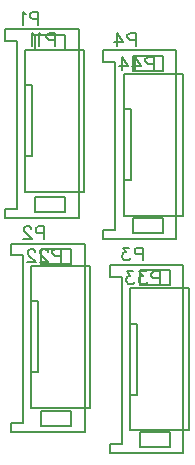
<source format=gbo>
G04 Layer: BottomSilkscreenLayer*
G04 EasyEDA v6.5.47, 2024-10-10 17:33:07*
G04 2650b285be984398968929de45cde97e,02b1cd47abf14eeea88f237cf3128960,10*
G04 Gerber Generator version 0.2*
G04 Scale: 100 percent, Rotated: No, Reflected: No *
G04 Dimensions in millimeters *
G04 leading zeros omitted , absolute positions ,4 integer and 5 decimal *
%FSLAX45Y45*%
%MOMM*%

%ADD10C,0.1524*%
%ADD11C,0.1270*%
%ADD12C,0.2000*%

%LPD*%
D10*
X3581400Y16434816D02*
G01*
X3581400Y16325850D01*
X3581400Y16434816D02*
G01*
X3534663Y16434816D01*
X3519170Y16429736D01*
X3513836Y16424402D01*
X3508756Y16413987D01*
X3508756Y16398494D01*
X3513836Y16388079D01*
X3519170Y16383000D01*
X3534663Y16377666D01*
X3581400Y16377666D01*
X3474465Y16413987D02*
G01*
X3464052Y16419321D01*
X3448304Y16434816D01*
X3448304Y16325850D01*
X3632200Y14618716D02*
G01*
X3632200Y14509750D01*
X3632200Y14618716D02*
G01*
X3585463Y14618716D01*
X3569970Y14613636D01*
X3564636Y14608302D01*
X3559556Y14597887D01*
X3559556Y14582394D01*
X3564636Y14571979D01*
X3569970Y14566900D01*
X3585463Y14561566D01*
X3632200Y14561566D01*
X3519931Y14592807D02*
G01*
X3519931Y14597887D01*
X3514852Y14608302D01*
X3509518Y14613636D01*
X3499104Y14618716D01*
X3478529Y14618716D01*
X3468115Y14613636D01*
X3462781Y14608302D01*
X3457702Y14597887D01*
X3457702Y14587474D01*
X3462781Y14577060D01*
X3473195Y14561566D01*
X3525265Y14509750D01*
X3452368Y14509750D01*
X4468088Y14439900D02*
G01*
X4468088Y14330934D01*
X4468088Y14439900D02*
G01*
X4421352Y14439900D01*
X4405858Y14434820D01*
X4400524Y14429486D01*
X4395444Y14419071D01*
X4395444Y14403578D01*
X4400524Y14393163D01*
X4405858Y14388084D01*
X4421352Y14382750D01*
X4468088Y14382750D01*
X4350740Y14439900D02*
G01*
X4293590Y14439900D01*
X4324578Y14398244D01*
X4309084Y14398244D01*
X4298670Y14393163D01*
X4293590Y14388084D01*
X4288256Y14372336D01*
X4288256Y14361921D01*
X4293590Y14346428D01*
X4304004Y14336013D01*
X4319498Y14330934D01*
X4334992Y14330934D01*
X4350740Y14336013D01*
X4355820Y14341094D01*
X4361154Y14351507D01*
X4406900Y16257016D02*
G01*
X4406900Y16148050D01*
X4406900Y16257016D02*
G01*
X4360163Y16257016D01*
X4344670Y16251936D01*
X4339336Y16246602D01*
X4334256Y16236187D01*
X4334256Y16220694D01*
X4339336Y16210279D01*
X4344670Y16205200D01*
X4360163Y16199866D01*
X4406900Y16199866D01*
X4247895Y16257016D02*
G01*
X4299965Y16184371D01*
X4221988Y16184371D01*
X4247895Y16257016D02*
G01*
X4247895Y16148050D01*
X3721100Y16257016D02*
G01*
X3721100Y16148050D01*
X3721100Y16257016D02*
G01*
X3674363Y16257016D01*
X3658870Y16251936D01*
X3653536Y16246602D01*
X3648456Y16236187D01*
X3648456Y16220694D01*
X3653536Y16210279D01*
X3658870Y16205200D01*
X3674363Y16199866D01*
X3721100Y16199866D01*
X3614165Y16236187D02*
G01*
X3603752Y16241521D01*
X3588004Y16257016D01*
X3588004Y16148050D01*
X3553713Y16236187D02*
G01*
X3543300Y16241521D01*
X3527806Y16257016D01*
X3527806Y16148050D01*
X3771900Y14428216D02*
G01*
X3771900Y14319250D01*
X3771900Y14428216D02*
G01*
X3725163Y14428216D01*
X3709670Y14423136D01*
X3704336Y14417802D01*
X3699256Y14407387D01*
X3699256Y14391894D01*
X3704336Y14381479D01*
X3709670Y14376400D01*
X3725163Y14371066D01*
X3771900Y14371066D01*
X3659631Y14402307D02*
G01*
X3659631Y14407387D01*
X3654552Y14417802D01*
X3649218Y14423136D01*
X3638804Y14428216D01*
X3618229Y14428216D01*
X3607815Y14423136D01*
X3602481Y14417802D01*
X3597402Y14407387D01*
X3597402Y14396974D01*
X3602481Y14386560D01*
X3612895Y14371066D01*
X3664965Y14319250D01*
X3592068Y14319250D01*
X3552697Y14402307D02*
G01*
X3552697Y14407387D01*
X3547363Y14417802D01*
X3542284Y14423136D01*
X3531870Y14428216D01*
X3511041Y14428216D01*
X3500627Y14423136D01*
X3495547Y14417802D01*
X3490213Y14407387D01*
X3490213Y14396974D01*
X3495547Y14386560D01*
X3505961Y14371066D01*
X3557777Y14319250D01*
X3485134Y14319250D01*
X4610100Y14237716D02*
G01*
X4610100Y14128750D01*
X4610100Y14237716D02*
G01*
X4563363Y14237716D01*
X4547870Y14232636D01*
X4542536Y14227302D01*
X4537456Y14216887D01*
X4537456Y14201394D01*
X4542536Y14190979D01*
X4547870Y14185900D01*
X4563363Y14180566D01*
X4610100Y14180566D01*
X4492752Y14237716D02*
G01*
X4435602Y14237716D01*
X4466590Y14196060D01*
X4451095Y14196060D01*
X4440681Y14190979D01*
X4435602Y14185900D01*
X4430268Y14170152D01*
X4430268Y14159737D01*
X4435602Y14144244D01*
X4446015Y14133829D01*
X4461509Y14128750D01*
X4477004Y14128750D01*
X4492752Y14133829D01*
X4497831Y14138910D01*
X4503165Y14149324D01*
X4385563Y14237716D02*
G01*
X4328413Y14237716D01*
X4359656Y14196060D01*
X4344161Y14196060D01*
X4333747Y14190979D01*
X4328413Y14185900D01*
X4323334Y14170152D01*
X4323334Y14159737D01*
X4328413Y14144244D01*
X4338827Y14133829D01*
X4354575Y14128750D01*
X4370070Y14128750D01*
X4385563Y14133829D01*
X4390897Y14138910D01*
X4395977Y14149324D01*
X4559300Y16053816D02*
G01*
X4559300Y15944850D01*
X4559300Y16053816D02*
G01*
X4512563Y16053816D01*
X4497070Y16048736D01*
X4491736Y16043402D01*
X4486656Y16032987D01*
X4486656Y16017494D01*
X4491736Y16007079D01*
X4497070Y16002000D01*
X4512563Y15996666D01*
X4559300Y15996666D01*
X4400295Y16053816D02*
G01*
X4452365Y15981171D01*
X4374388Y15981171D01*
X4400295Y16053816D02*
G01*
X4400295Y15944850D01*
X4288027Y16053816D02*
G01*
X4340097Y15981171D01*
X4262120Y15981171D01*
X4288027Y16053816D02*
G01*
X4288027Y15944850D01*
D11*
X3810000Y14871700D02*
G01*
X3556000Y14871700D01*
X3556000Y14744700D01*
X3810000Y14744700D01*
X3810000Y14871700D01*
X3302000Y14770100D02*
G01*
X3302000Y14693900D01*
X3921988Y14693900D01*
X3921988Y16289299D01*
X3302000Y16289299D01*
X3302000Y16189299D01*
X3401999Y16189299D01*
X3401999Y14770100D01*
X3302000Y14770100D01*
X3810000Y16116300D02*
G01*
X3556000Y16116300D01*
X3556000Y16243300D01*
X3810000Y16243300D01*
X3810000Y16116300D01*
X3860800Y13055600D02*
G01*
X3606800Y13055600D01*
X3606800Y12928600D01*
X3860800Y12928600D01*
X3860800Y13055600D01*
X3352800Y12954000D02*
G01*
X3352800Y12877800D01*
X3972788Y12877800D01*
X3972788Y14473199D01*
X3352800Y14473199D01*
X3352800Y14373199D01*
X3452799Y14373199D01*
X3452799Y12954000D01*
X3352800Y12954000D01*
X3860800Y14300200D02*
G01*
X3606800Y14300200D01*
X3606800Y14427200D01*
X3860800Y14427200D01*
X3860800Y14300200D01*
X4696688Y12876784D02*
G01*
X4442688Y12876784D01*
X4442688Y12749784D01*
X4696688Y12749784D01*
X4696688Y12876784D01*
X4188688Y12775184D02*
G01*
X4188688Y12698984D01*
X4808677Y12698984D01*
X4808677Y14294383D01*
X4188688Y14294383D01*
X4188688Y14194383D01*
X4288688Y14194383D01*
X4288688Y12775184D01*
X4188688Y12775184D01*
X4696688Y14121384D02*
G01*
X4442688Y14121384D01*
X4442688Y14248384D01*
X4696688Y14248384D01*
X4696688Y14121384D01*
X4635500Y14693900D02*
G01*
X4381500Y14693900D01*
X4381500Y14566900D01*
X4635500Y14566900D01*
X4635500Y14693900D01*
X4127500Y14592300D02*
G01*
X4127500Y14516100D01*
X4747488Y14516100D01*
X4747488Y16111499D01*
X4127500Y16111499D01*
X4127500Y16011499D01*
X4227499Y16011499D01*
X4227499Y14592300D01*
X4127500Y14592300D01*
X4635500Y15938500D02*
G01*
X4381500Y15938500D01*
X4381500Y16065500D01*
X4635500Y16065500D01*
X4635500Y15938500D01*
D12*
X3970274Y16112997D02*
G01*
X3470402Y16112997D01*
X3470402Y14913102D01*
X3970274Y14913102D01*
X3970274Y16112997D01*
X3530295Y15813100D02*
G01*
X3470300Y15813100D01*
X3470300Y15213101D01*
X3530295Y15213101D01*
X3530295Y15813100D01*
X4021074Y14284197D02*
G01*
X3521202Y14284197D01*
X3521202Y13084302D01*
X4021074Y13084302D01*
X4021074Y14284197D01*
X3581095Y13984300D02*
G01*
X3521100Y13984300D01*
X3521100Y13384301D01*
X3581095Y13384301D01*
X3581095Y13984300D01*
X4859274Y14093697D02*
G01*
X4359402Y14093697D01*
X4359402Y12893802D01*
X4859274Y12893802D01*
X4859274Y14093697D01*
X4419295Y13793800D02*
G01*
X4359300Y13793800D01*
X4359300Y13193801D01*
X4419295Y13193801D01*
X4419295Y13793800D01*
X4808474Y15909797D02*
G01*
X4308602Y15909797D01*
X4308602Y14709902D01*
X4808474Y14709902D01*
X4808474Y15909797D01*
X4368495Y15609900D02*
G01*
X4308500Y15609900D01*
X4308500Y15009901D01*
X4368495Y15009901D01*
X4368495Y15609900D01*
M02*

</source>
